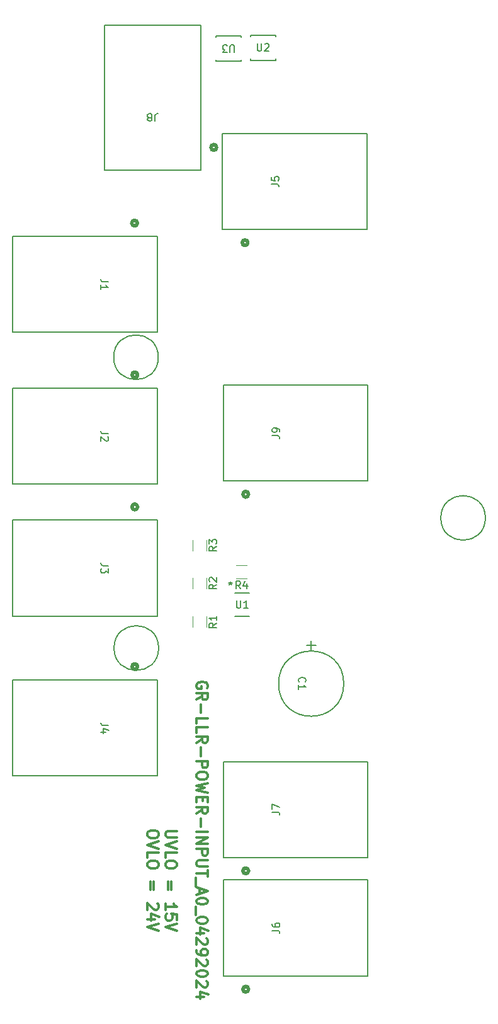
<source format=gbr>
%TF.GenerationSoftware,KiCad,Pcbnew,7.0.8*%
%TF.CreationDate,2024-04-29T16:50:17-06:00*%
%TF.ProjectId,GR-LRR-POWER-PCB-INPUT,47522d4c-5252-42d5-904f-5745522d5043,rev?*%
%TF.SameCoordinates,Original*%
%TF.FileFunction,Legend,Top*%
%TF.FilePolarity,Positive*%
%FSLAX46Y46*%
G04 Gerber Fmt 4.6, Leading zero omitted, Abs format (unit mm)*
G04 Created by KiCad (PCBNEW 7.0.8) date 2024-04-29 16:50:17*
%MOMM*%
%LPD*%
G01*
G04 APERTURE LIST*
%ADD10C,0.200000*%
%ADD11C,0.300000*%
%ADD12C,0.150000*%
%ADD13C,0.152400*%
%ADD14C,0.508000*%
%ADD15C,0.120000*%
G04 APERTURE END LIST*
D10*
X68064400Y-73348400D02*
G75*
G03*
X68064400Y-73348400I-3000000J0D01*
G01*
X112057407Y-94936703D02*
G75*
G03*
X112057407Y-94936703I-3000000J0D01*
G01*
X68112400Y-112413600D02*
G75*
G03*
X68112400Y-112413600I-3000000J0D01*
G01*
D11*
X70540171Y-137006510D02*
X69325885Y-137006510D01*
X69325885Y-137006510D02*
X69183028Y-137077939D01*
X69183028Y-137077939D02*
X69111600Y-137149368D01*
X69111600Y-137149368D02*
X69040171Y-137292225D01*
X69040171Y-137292225D02*
X69040171Y-137577939D01*
X69040171Y-137577939D02*
X69111600Y-137720796D01*
X69111600Y-137720796D02*
X69183028Y-137792225D01*
X69183028Y-137792225D02*
X69325885Y-137863653D01*
X69325885Y-137863653D02*
X70540171Y-137863653D01*
X70540171Y-138363654D02*
X69040171Y-138863654D01*
X69040171Y-138863654D02*
X70540171Y-139363654D01*
X69040171Y-140577939D02*
X69040171Y-139863653D01*
X69040171Y-139863653D02*
X70540171Y-139863653D01*
X70540171Y-141363654D02*
X70540171Y-141649368D01*
X70540171Y-141649368D02*
X70468742Y-141792225D01*
X70468742Y-141792225D02*
X70325885Y-141935082D01*
X70325885Y-141935082D02*
X70040171Y-142006511D01*
X70040171Y-142006511D02*
X69540171Y-142006511D01*
X69540171Y-142006511D02*
X69254457Y-141935082D01*
X69254457Y-141935082D02*
X69111600Y-141792225D01*
X69111600Y-141792225D02*
X69040171Y-141649368D01*
X69040171Y-141649368D02*
X69040171Y-141363654D01*
X69040171Y-141363654D02*
X69111600Y-141220797D01*
X69111600Y-141220797D02*
X69254457Y-141077939D01*
X69254457Y-141077939D02*
X69540171Y-141006511D01*
X69540171Y-141006511D02*
X70040171Y-141006511D01*
X70040171Y-141006511D02*
X70325885Y-141077939D01*
X70325885Y-141077939D02*
X70468742Y-141220797D01*
X70468742Y-141220797D02*
X70540171Y-141363654D01*
X69825885Y-143792225D02*
X69825885Y-144935083D01*
X69397314Y-144935083D02*
X69397314Y-143792225D01*
X69040171Y-147577940D02*
X69040171Y-146720797D01*
X69040171Y-147149368D02*
X70540171Y-147149368D01*
X70540171Y-147149368D02*
X70325885Y-147006511D01*
X70325885Y-147006511D02*
X70183028Y-146863654D01*
X70183028Y-146863654D02*
X70111600Y-146720797D01*
X70540171Y-148935082D02*
X70540171Y-148220796D01*
X70540171Y-148220796D02*
X69825885Y-148149368D01*
X69825885Y-148149368D02*
X69897314Y-148220796D01*
X69897314Y-148220796D02*
X69968742Y-148363654D01*
X69968742Y-148363654D02*
X69968742Y-148720796D01*
X69968742Y-148720796D02*
X69897314Y-148863654D01*
X69897314Y-148863654D02*
X69825885Y-148935082D01*
X69825885Y-148935082D02*
X69683028Y-149006511D01*
X69683028Y-149006511D02*
X69325885Y-149006511D01*
X69325885Y-149006511D02*
X69183028Y-148935082D01*
X69183028Y-148935082D02*
X69111600Y-148863654D01*
X69111600Y-148863654D02*
X69040171Y-148720796D01*
X69040171Y-148720796D02*
X69040171Y-148363654D01*
X69040171Y-148363654D02*
X69111600Y-148220796D01*
X69111600Y-148220796D02*
X69183028Y-148149368D01*
X70540171Y-149435082D02*
X69040171Y-149935082D01*
X69040171Y-149935082D02*
X70540171Y-150435082D01*
X68125171Y-137292225D02*
X68125171Y-137577939D01*
X68125171Y-137577939D02*
X68053742Y-137720796D01*
X68053742Y-137720796D02*
X67910885Y-137863653D01*
X67910885Y-137863653D02*
X67625171Y-137935082D01*
X67625171Y-137935082D02*
X67125171Y-137935082D01*
X67125171Y-137935082D02*
X66839457Y-137863653D01*
X66839457Y-137863653D02*
X66696600Y-137720796D01*
X66696600Y-137720796D02*
X66625171Y-137577939D01*
X66625171Y-137577939D02*
X66625171Y-137292225D01*
X66625171Y-137292225D02*
X66696600Y-137149368D01*
X66696600Y-137149368D02*
X66839457Y-137006510D01*
X66839457Y-137006510D02*
X67125171Y-136935082D01*
X67125171Y-136935082D02*
X67625171Y-136935082D01*
X67625171Y-136935082D02*
X67910885Y-137006510D01*
X67910885Y-137006510D02*
X68053742Y-137149368D01*
X68053742Y-137149368D02*
X68125171Y-137292225D01*
X68125171Y-138363654D02*
X66625171Y-138863654D01*
X66625171Y-138863654D02*
X68125171Y-139363654D01*
X66625171Y-140577939D02*
X66625171Y-139863653D01*
X66625171Y-139863653D02*
X68125171Y-139863653D01*
X68125171Y-141363654D02*
X68125171Y-141649368D01*
X68125171Y-141649368D02*
X68053742Y-141792225D01*
X68053742Y-141792225D02*
X67910885Y-141935082D01*
X67910885Y-141935082D02*
X67625171Y-142006511D01*
X67625171Y-142006511D02*
X67125171Y-142006511D01*
X67125171Y-142006511D02*
X66839457Y-141935082D01*
X66839457Y-141935082D02*
X66696600Y-141792225D01*
X66696600Y-141792225D02*
X66625171Y-141649368D01*
X66625171Y-141649368D02*
X66625171Y-141363654D01*
X66625171Y-141363654D02*
X66696600Y-141220797D01*
X66696600Y-141220797D02*
X66839457Y-141077939D01*
X66839457Y-141077939D02*
X67125171Y-141006511D01*
X67125171Y-141006511D02*
X67625171Y-141006511D01*
X67625171Y-141006511D02*
X67910885Y-141077939D01*
X67910885Y-141077939D02*
X68053742Y-141220797D01*
X68053742Y-141220797D02*
X68125171Y-141363654D01*
X67410885Y-143792225D02*
X67410885Y-144935083D01*
X66982314Y-144935083D02*
X66982314Y-143792225D01*
X67982314Y-146720797D02*
X68053742Y-146792225D01*
X68053742Y-146792225D02*
X68125171Y-146935083D01*
X68125171Y-146935083D02*
X68125171Y-147292225D01*
X68125171Y-147292225D02*
X68053742Y-147435083D01*
X68053742Y-147435083D02*
X67982314Y-147506511D01*
X67982314Y-147506511D02*
X67839457Y-147577940D01*
X67839457Y-147577940D02*
X67696600Y-147577940D01*
X67696600Y-147577940D02*
X67482314Y-147506511D01*
X67482314Y-147506511D02*
X66625171Y-146649368D01*
X66625171Y-146649368D02*
X66625171Y-147577940D01*
X67625171Y-148863654D02*
X66625171Y-148863654D01*
X68196600Y-148506511D02*
X67125171Y-148149368D01*
X67125171Y-148149368D02*
X67125171Y-149077939D01*
X68125171Y-149435082D02*
X66625171Y-149935082D01*
X66625171Y-149935082D02*
X68125171Y-150435082D01*
X74653742Y-117792225D02*
X74725171Y-117649368D01*
X74725171Y-117649368D02*
X74725171Y-117435082D01*
X74725171Y-117435082D02*
X74653742Y-117220796D01*
X74653742Y-117220796D02*
X74510885Y-117077939D01*
X74510885Y-117077939D02*
X74368028Y-117006510D01*
X74368028Y-117006510D02*
X74082314Y-116935082D01*
X74082314Y-116935082D02*
X73868028Y-116935082D01*
X73868028Y-116935082D02*
X73582314Y-117006510D01*
X73582314Y-117006510D02*
X73439457Y-117077939D01*
X73439457Y-117077939D02*
X73296600Y-117220796D01*
X73296600Y-117220796D02*
X73225171Y-117435082D01*
X73225171Y-117435082D02*
X73225171Y-117577939D01*
X73225171Y-117577939D02*
X73296600Y-117792225D01*
X73296600Y-117792225D02*
X73368028Y-117863653D01*
X73368028Y-117863653D02*
X73868028Y-117863653D01*
X73868028Y-117863653D02*
X73868028Y-117577939D01*
X73225171Y-119363653D02*
X73939457Y-118863653D01*
X73225171Y-118506510D02*
X74725171Y-118506510D01*
X74725171Y-118506510D02*
X74725171Y-119077939D01*
X74725171Y-119077939D02*
X74653742Y-119220796D01*
X74653742Y-119220796D02*
X74582314Y-119292225D01*
X74582314Y-119292225D02*
X74439457Y-119363653D01*
X74439457Y-119363653D02*
X74225171Y-119363653D01*
X74225171Y-119363653D02*
X74082314Y-119292225D01*
X74082314Y-119292225D02*
X74010885Y-119220796D01*
X74010885Y-119220796D02*
X73939457Y-119077939D01*
X73939457Y-119077939D02*
X73939457Y-118506510D01*
X73796600Y-120006510D02*
X73796600Y-121149368D01*
X73225171Y-122577939D02*
X73225171Y-121863653D01*
X73225171Y-121863653D02*
X74725171Y-121863653D01*
X73225171Y-123792225D02*
X73225171Y-123077939D01*
X73225171Y-123077939D02*
X74725171Y-123077939D01*
X73225171Y-125149368D02*
X73939457Y-124649368D01*
X73225171Y-124292225D02*
X74725171Y-124292225D01*
X74725171Y-124292225D02*
X74725171Y-124863654D01*
X74725171Y-124863654D02*
X74653742Y-125006511D01*
X74653742Y-125006511D02*
X74582314Y-125077940D01*
X74582314Y-125077940D02*
X74439457Y-125149368D01*
X74439457Y-125149368D02*
X74225171Y-125149368D01*
X74225171Y-125149368D02*
X74082314Y-125077940D01*
X74082314Y-125077940D02*
X74010885Y-125006511D01*
X74010885Y-125006511D02*
X73939457Y-124863654D01*
X73939457Y-124863654D02*
X73939457Y-124292225D01*
X73796600Y-125792225D02*
X73796600Y-126935083D01*
X73225171Y-127649368D02*
X74725171Y-127649368D01*
X74725171Y-127649368D02*
X74725171Y-128220797D01*
X74725171Y-128220797D02*
X74653742Y-128363654D01*
X74653742Y-128363654D02*
X74582314Y-128435083D01*
X74582314Y-128435083D02*
X74439457Y-128506511D01*
X74439457Y-128506511D02*
X74225171Y-128506511D01*
X74225171Y-128506511D02*
X74082314Y-128435083D01*
X74082314Y-128435083D02*
X74010885Y-128363654D01*
X74010885Y-128363654D02*
X73939457Y-128220797D01*
X73939457Y-128220797D02*
X73939457Y-127649368D01*
X74725171Y-129435083D02*
X74725171Y-129720797D01*
X74725171Y-129720797D02*
X74653742Y-129863654D01*
X74653742Y-129863654D02*
X74510885Y-130006511D01*
X74510885Y-130006511D02*
X74225171Y-130077940D01*
X74225171Y-130077940D02*
X73725171Y-130077940D01*
X73725171Y-130077940D02*
X73439457Y-130006511D01*
X73439457Y-130006511D02*
X73296600Y-129863654D01*
X73296600Y-129863654D02*
X73225171Y-129720797D01*
X73225171Y-129720797D02*
X73225171Y-129435083D01*
X73225171Y-129435083D02*
X73296600Y-129292226D01*
X73296600Y-129292226D02*
X73439457Y-129149368D01*
X73439457Y-129149368D02*
X73725171Y-129077940D01*
X73725171Y-129077940D02*
X74225171Y-129077940D01*
X74225171Y-129077940D02*
X74510885Y-129149368D01*
X74510885Y-129149368D02*
X74653742Y-129292226D01*
X74653742Y-129292226D02*
X74725171Y-129435083D01*
X74725171Y-130577940D02*
X73225171Y-130935083D01*
X73225171Y-130935083D02*
X74296600Y-131220797D01*
X74296600Y-131220797D02*
X73225171Y-131506512D01*
X73225171Y-131506512D02*
X74725171Y-131863655D01*
X74010885Y-132435083D02*
X74010885Y-132935083D01*
X73225171Y-133149369D02*
X73225171Y-132435083D01*
X73225171Y-132435083D02*
X74725171Y-132435083D01*
X74725171Y-132435083D02*
X74725171Y-133149369D01*
X73225171Y-134649369D02*
X73939457Y-134149369D01*
X73225171Y-133792226D02*
X74725171Y-133792226D01*
X74725171Y-133792226D02*
X74725171Y-134363655D01*
X74725171Y-134363655D02*
X74653742Y-134506512D01*
X74653742Y-134506512D02*
X74582314Y-134577941D01*
X74582314Y-134577941D02*
X74439457Y-134649369D01*
X74439457Y-134649369D02*
X74225171Y-134649369D01*
X74225171Y-134649369D02*
X74082314Y-134577941D01*
X74082314Y-134577941D02*
X74010885Y-134506512D01*
X74010885Y-134506512D02*
X73939457Y-134363655D01*
X73939457Y-134363655D02*
X73939457Y-133792226D01*
X73796600Y-135292226D02*
X73796600Y-136435084D01*
X73225171Y-137149369D02*
X74725171Y-137149369D01*
X73225171Y-137863655D02*
X74725171Y-137863655D01*
X74725171Y-137863655D02*
X73225171Y-138720798D01*
X73225171Y-138720798D02*
X74725171Y-138720798D01*
X73225171Y-139435084D02*
X74725171Y-139435084D01*
X74725171Y-139435084D02*
X74725171Y-140006513D01*
X74725171Y-140006513D02*
X74653742Y-140149370D01*
X74653742Y-140149370D02*
X74582314Y-140220799D01*
X74582314Y-140220799D02*
X74439457Y-140292227D01*
X74439457Y-140292227D02*
X74225171Y-140292227D01*
X74225171Y-140292227D02*
X74082314Y-140220799D01*
X74082314Y-140220799D02*
X74010885Y-140149370D01*
X74010885Y-140149370D02*
X73939457Y-140006513D01*
X73939457Y-140006513D02*
X73939457Y-139435084D01*
X74725171Y-140935084D02*
X73510885Y-140935084D01*
X73510885Y-140935084D02*
X73368028Y-141006513D01*
X73368028Y-141006513D02*
X73296600Y-141077942D01*
X73296600Y-141077942D02*
X73225171Y-141220799D01*
X73225171Y-141220799D02*
X73225171Y-141506513D01*
X73225171Y-141506513D02*
X73296600Y-141649370D01*
X73296600Y-141649370D02*
X73368028Y-141720799D01*
X73368028Y-141720799D02*
X73510885Y-141792227D01*
X73510885Y-141792227D02*
X74725171Y-141792227D01*
X74725171Y-142292228D02*
X74725171Y-143149371D01*
X73225171Y-142720799D02*
X74725171Y-142720799D01*
X73082314Y-143292228D02*
X73082314Y-144435085D01*
X73653742Y-144720799D02*
X73653742Y-145435085D01*
X73225171Y-144577942D02*
X74725171Y-145077942D01*
X74725171Y-145077942D02*
X73225171Y-145577942D01*
X74725171Y-146363656D02*
X74725171Y-146506513D01*
X74725171Y-146506513D02*
X74653742Y-146649370D01*
X74653742Y-146649370D02*
X74582314Y-146720799D01*
X74582314Y-146720799D02*
X74439457Y-146792227D01*
X74439457Y-146792227D02*
X74153742Y-146863656D01*
X74153742Y-146863656D02*
X73796600Y-146863656D01*
X73796600Y-146863656D02*
X73510885Y-146792227D01*
X73510885Y-146792227D02*
X73368028Y-146720799D01*
X73368028Y-146720799D02*
X73296600Y-146649370D01*
X73296600Y-146649370D02*
X73225171Y-146506513D01*
X73225171Y-146506513D02*
X73225171Y-146363656D01*
X73225171Y-146363656D02*
X73296600Y-146220799D01*
X73296600Y-146220799D02*
X73368028Y-146149370D01*
X73368028Y-146149370D02*
X73510885Y-146077941D01*
X73510885Y-146077941D02*
X73796600Y-146006513D01*
X73796600Y-146006513D02*
X74153742Y-146006513D01*
X74153742Y-146006513D02*
X74439457Y-146077941D01*
X74439457Y-146077941D02*
X74582314Y-146149370D01*
X74582314Y-146149370D02*
X74653742Y-146220799D01*
X74653742Y-146220799D02*
X74725171Y-146363656D01*
X73082314Y-147149370D02*
X73082314Y-148292227D01*
X74725171Y-148935084D02*
X74725171Y-149077941D01*
X74725171Y-149077941D02*
X74653742Y-149220798D01*
X74653742Y-149220798D02*
X74582314Y-149292227D01*
X74582314Y-149292227D02*
X74439457Y-149363655D01*
X74439457Y-149363655D02*
X74153742Y-149435084D01*
X74153742Y-149435084D02*
X73796600Y-149435084D01*
X73796600Y-149435084D02*
X73510885Y-149363655D01*
X73510885Y-149363655D02*
X73368028Y-149292227D01*
X73368028Y-149292227D02*
X73296600Y-149220798D01*
X73296600Y-149220798D02*
X73225171Y-149077941D01*
X73225171Y-149077941D02*
X73225171Y-148935084D01*
X73225171Y-148935084D02*
X73296600Y-148792227D01*
X73296600Y-148792227D02*
X73368028Y-148720798D01*
X73368028Y-148720798D02*
X73510885Y-148649369D01*
X73510885Y-148649369D02*
X73796600Y-148577941D01*
X73796600Y-148577941D02*
X74153742Y-148577941D01*
X74153742Y-148577941D02*
X74439457Y-148649369D01*
X74439457Y-148649369D02*
X74582314Y-148720798D01*
X74582314Y-148720798D02*
X74653742Y-148792227D01*
X74653742Y-148792227D02*
X74725171Y-148935084D01*
X74225171Y-150720798D02*
X73225171Y-150720798D01*
X74796600Y-150363655D02*
X73725171Y-150006512D01*
X73725171Y-150006512D02*
X73725171Y-150935083D01*
X74582314Y-151435083D02*
X74653742Y-151506511D01*
X74653742Y-151506511D02*
X74725171Y-151649369D01*
X74725171Y-151649369D02*
X74725171Y-152006511D01*
X74725171Y-152006511D02*
X74653742Y-152149369D01*
X74653742Y-152149369D02*
X74582314Y-152220797D01*
X74582314Y-152220797D02*
X74439457Y-152292226D01*
X74439457Y-152292226D02*
X74296600Y-152292226D01*
X74296600Y-152292226D02*
X74082314Y-152220797D01*
X74082314Y-152220797D02*
X73225171Y-151363654D01*
X73225171Y-151363654D02*
X73225171Y-152292226D01*
X73225171Y-153006511D02*
X73225171Y-153292225D01*
X73225171Y-153292225D02*
X73296600Y-153435082D01*
X73296600Y-153435082D02*
X73368028Y-153506511D01*
X73368028Y-153506511D02*
X73582314Y-153649368D01*
X73582314Y-153649368D02*
X73868028Y-153720797D01*
X73868028Y-153720797D02*
X74439457Y-153720797D01*
X74439457Y-153720797D02*
X74582314Y-153649368D01*
X74582314Y-153649368D02*
X74653742Y-153577940D01*
X74653742Y-153577940D02*
X74725171Y-153435082D01*
X74725171Y-153435082D02*
X74725171Y-153149368D01*
X74725171Y-153149368D02*
X74653742Y-153006511D01*
X74653742Y-153006511D02*
X74582314Y-152935082D01*
X74582314Y-152935082D02*
X74439457Y-152863654D01*
X74439457Y-152863654D02*
X74082314Y-152863654D01*
X74082314Y-152863654D02*
X73939457Y-152935082D01*
X73939457Y-152935082D02*
X73868028Y-153006511D01*
X73868028Y-153006511D02*
X73796600Y-153149368D01*
X73796600Y-153149368D02*
X73796600Y-153435082D01*
X73796600Y-153435082D02*
X73868028Y-153577940D01*
X73868028Y-153577940D02*
X73939457Y-153649368D01*
X73939457Y-153649368D02*
X74082314Y-153720797D01*
X74582314Y-154292225D02*
X74653742Y-154363653D01*
X74653742Y-154363653D02*
X74725171Y-154506511D01*
X74725171Y-154506511D02*
X74725171Y-154863653D01*
X74725171Y-154863653D02*
X74653742Y-155006511D01*
X74653742Y-155006511D02*
X74582314Y-155077939D01*
X74582314Y-155077939D02*
X74439457Y-155149368D01*
X74439457Y-155149368D02*
X74296600Y-155149368D01*
X74296600Y-155149368D02*
X74082314Y-155077939D01*
X74082314Y-155077939D02*
X73225171Y-154220796D01*
X73225171Y-154220796D02*
X73225171Y-155149368D01*
X74725171Y-156077939D02*
X74725171Y-156220796D01*
X74725171Y-156220796D02*
X74653742Y-156363653D01*
X74653742Y-156363653D02*
X74582314Y-156435082D01*
X74582314Y-156435082D02*
X74439457Y-156506510D01*
X74439457Y-156506510D02*
X74153742Y-156577939D01*
X74153742Y-156577939D02*
X73796600Y-156577939D01*
X73796600Y-156577939D02*
X73510885Y-156506510D01*
X73510885Y-156506510D02*
X73368028Y-156435082D01*
X73368028Y-156435082D02*
X73296600Y-156363653D01*
X73296600Y-156363653D02*
X73225171Y-156220796D01*
X73225171Y-156220796D02*
X73225171Y-156077939D01*
X73225171Y-156077939D02*
X73296600Y-155935082D01*
X73296600Y-155935082D02*
X73368028Y-155863653D01*
X73368028Y-155863653D02*
X73510885Y-155792224D01*
X73510885Y-155792224D02*
X73796600Y-155720796D01*
X73796600Y-155720796D02*
X74153742Y-155720796D01*
X74153742Y-155720796D02*
X74439457Y-155792224D01*
X74439457Y-155792224D02*
X74582314Y-155863653D01*
X74582314Y-155863653D02*
X74653742Y-155935082D01*
X74653742Y-155935082D02*
X74725171Y-156077939D01*
X74582314Y-157149367D02*
X74653742Y-157220795D01*
X74653742Y-157220795D02*
X74725171Y-157363653D01*
X74725171Y-157363653D02*
X74725171Y-157720795D01*
X74725171Y-157720795D02*
X74653742Y-157863653D01*
X74653742Y-157863653D02*
X74582314Y-157935081D01*
X74582314Y-157935081D02*
X74439457Y-158006510D01*
X74439457Y-158006510D02*
X74296600Y-158006510D01*
X74296600Y-158006510D02*
X74082314Y-157935081D01*
X74082314Y-157935081D02*
X73225171Y-157077938D01*
X73225171Y-157077938D02*
X73225171Y-158006510D01*
X74225171Y-159292224D02*
X73225171Y-159292224D01*
X74796600Y-158935081D02*
X73725171Y-158577938D01*
X73725171Y-158577938D02*
X73725171Y-159506509D01*
D12*
X61352781Y-101348766D02*
X60638496Y-101348766D01*
X60638496Y-101348766D02*
X60495639Y-101301147D01*
X60495639Y-101301147D02*
X60400401Y-101205909D01*
X60400401Y-101205909D02*
X60352781Y-101063052D01*
X60352781Y-101063052D02*
X60352781Y-100967814D01*
X61352781Y-101729719D02*
X61352781Y-102348766D01*
X61352781Y-102348766D02*
X60971829Y-102015433D01*
X60971829Y-102015433D02*
X60971829Y-102158290D01*
X60971829Y-102158290D02*
X60924210Y-102253528D01*
X60924210Y-102253528D02*
X60876591Y-102301147D01*
X60876591Y-102301147D02*
X60781353Y-102348766D01*
X60781353Y-102348766D02*
X60543258Y-102348766D01*
X60543258Y-102348766D02*
X60448020Y-102301147D01*
X60448020Y-102301147D02*
X60400401Y-102253528D01*
X60400401Y-102253528D02*
X60352781Y-102158290D01*
X60352781Y-102158290D02*
X60352781Y-101872576D01*
X60352781Y-101872576D02*
X60400401Y-101777338D01*
X60400401Y-101777338D02*
X60448020Y-101729719D01*
X78578545Y-106031820D02*
X78578545Y-106841343D01*
X78578545Y-106841343D02*
X78626164Y-106936581D01*
X78626164Y-106936581D02*
X78673783Y-106984201D01*
X78673783Y-106984201D02*
X78769021Y-107031820D01*
X78769021Y-107031820D02*
X78959497Y-107031820D01*
X78959497Y-107031820D02*
X79054735Y-106984201D01*
X79054735Y-106984201D02*
X79102354Y-106936581D01*
X79102354Y-106936581D02*
X79149973Y-106841343D01*
X79149973Y-106841343D02*
X79149973Y-106031820D01*
X80149973Y-107031820D02*
X79578545Y-107031820D01*
X79864259Y-107031820D02*
X79864259Y-106031820D01*
X79864259Y-106031820D02*
X79769021Y-106174677D01*
X79769021Y-106174677D02*
X79673783Y-106269915D01*
X79673783Y-106269915D02*
X79578545Y-106317534D01*
X77772000Y-103507420D02*
X77772000Y-103745515D01*
X77533905Y-103650277D02*
X77772000Y-103745515D01*
X77772000Y-103745515D02*
X78010095Y-103650277D01*
X77629143Y-103935991D02*
X77772000Y-103745515D01*
X77772000Y-103745515D02*
X77914857Y-103935991D01*
X77772000Y-103507420D02*
X77772000Y-103745515D01*
X77533905Y-103650277D02*
X77772000Y-103745515D01*
X77772000Y-103745515D02*
X78010095Y-103650277D01*
X77629143Y-103935991D02*
X77772000Y-103745515D01*
X77772000Y-103745515D02*
X77914857Y-103935991D01*
X61327580Y-63221667D02*
X60613295Y-63221667D01*
X60613295Y-63221667D02*
X60470438Y-63174048D01*
X60470438Y-63174048D02*
X60375200Y-63078810D01*
X60375200Y-63078810D02*
X60327580Y-62935953D01*
X60327580Y-62935953D02*
X60327580Y-62840715D01*
X60327580Y-64221667D02*
X60327580Y-63650239D01*
X60327580Y-63935953D02*
X61327580Y-63935953D01*
X61327580Y-63935953D02*
X61184723Y-63840715D01*
X61184723Y-63840715D02*
X61089485Y-63745477D01*
X61089485Y-63745477D02*
X61041866Y-63650239D01*
X61352781Y-122811766D02*
X60638496Y-122811766D01*
X60638496Y-122811766D02*
X60495639Y-122764147D01*
X60495639Y-122764147D02*
X60400401Y-122668909D01*
X60400401Y-122668909D02*
X60352781Y-122526052D01*
X60352781Y-122526052D02*
X60352781Y-122430814D01*
X61019448Y-123716528D02*
X60352781Y-123716528D01*
X61400401Y-123478433D02*
X60686115Y-123240338D01*
X60686115Y-123240338D02*
X60686115Y-123859385D01*
X83380819Y-134460332D02*
X84095104Y-134460332D01*
X84095104Y-134460332D02*
X84237961Y-134507951D01*
X84237961Y-134507951D02*
X84333200Y-134603189D01*
X84333200Y-134603189D02*
X84380819Y-134746046D01*
X84380819Y-134746046D02*
X84380819Y-134841284D01*
X83380819Y-134079379D02*
X83380819Y-133412713D01*
X83380819Y-133412713D02*
X84380819Y-133841284D01*
X83380819Y-150360332D02*
X84095104Y-150360332D01*
X84095104Y-150360332D02*
X84237961Y-150407951D01*
X84237961Y-150407951D02*
X84333200Y-150503189D01*
X84333200Y-150503189D02*
X84380819Y-150646046D01*
X84380819Y-150646046D02*
X84380819Y-150741284D01*
X83380819Y-149455570D02*
X83380819Y-149646046D01*
X83380819Y-149646046D02*
X83428438Y-149741284D01*
X83428438Y-149741284D02*
X83476057Y-149788903D01*
X83476057Y-149788903D02*
X83618914Y-149884141D01*
X83618914Y-149884141D02*
X83809390Y-149931760D01*
X83809390Y-149931760D02*
X84190342Y-149931760D01*
X84190342Y-149931760D02*
X84285580Y-149884141D01*
X84285580Y-149884141D02*
X84333200Y-149836522D01*
X84333200Y-149836522D02*
X84380819Y-149741284D01*
X84380819Y-149741284D02*
X84380819Y-149550808D01*
X84380819Y-149550808D02*
X84333200Y-149455570D01*
X84333200Y-149455570D02*
X84285580Y-149407951D01*
X84285580Y-149407951D02*
X84190342Y-149360332D01*
X84190342Y-149360332D02*
X83952247Y-149360332D01*
X83952247Y-149360332D02*
X83857009Y-149407951D01*
X83857009Y-149407951D02*
X83809390Y-149455570D01*
X83809390Y-149455570D02*
X83761771Y-149550808D01*
X83761771Y-149550808D02*
X83761771Y-149741284D01*
X83761771Y-149741284D02*
X83809390Y-149836522D01*
X83809390Y-149836522D02*
X83857009Y-149884141D01*
X83857009Y-149884141D02*
X83952247Y-149931760D01*
X83380819Y-83860332D02*
X84095104Y-83860332D01*
X84095104Y-83860332D02*
X84237961Y-83907951D01*
X84237961Y-83907951D02*
X84333200Y-84003189D01*
X84333200Y-84003189D02*
X84380819Y-84146046D01*
X84380819Y-84146046D02*
X84380819Y-84241284D01*
X84380819Y-83336522D02*
X84380819Y-83146046D01*
X84380819Y-83146046D02*
X84333200Y-83050808D01*
X84333200Y-83050808D02*
X84285580Y-83003189D01*
X84285580Y-83003189D02*
X84142723Y-82907951D01*
X84142723Y-82907951D02*
X83952247Y-82860332D01*
X83952247Y-82860332D02*
X83571295Y-82860332D01*
X83571295Y-82860332D02*
X83476057Y-82907951D01*
X83476057Y-82907951D02*
X83428438Y-82955570D01*
X83428438Y-82955570D02*
X83380819Y-83050808D01*
X83380819Y-83050808D02*
X83380819Y-83241284D01*
X83380819Y-83241284D02*
X83428438Y-83336522D01*
X83428438Y-83336522D02*
X83476057Y-83384141D01*
X83476057Y-83384141D02*
X83571295Y-83431760D01*
X83571295Y-83431760D02*
X83809390Y-83431760D01*
X83809390Y-83431760D02*
X83904628Y-83384141D01*
X83904628Y-83384141D02*
X83952247Y-83336522D01*
X83952247Y-83336522D02*
X83999866Y-83241284D01*
X83999866Y-83241284D02*
X83999866Y-83050808D01*
X83999866Y-83050808D02*
X83952247Y-82955570D01*
X83952247Y-82955570D02*
X83904628Y-82907951D01*
X83904628Y-82907951D02*
X83809390Y-82860332D01*
X83280819Y-50060332D02*
X83995104Y-50060332D01*
X83995104Y-50060332D02*
X84137961Y-50107951D01*
X84137961Y-50107951D02*
X84233200Y-50203189D01*
X84233200Y-50203189D02*
X84280819Y-50346046D01*
X84280819Y-50346046D02*
X84280819Y-50441284D01*
X83280819Y-49107951D02*
X83280819Y-49584141D01*
X83280819Y-49584141D02*
X83757009Y-49631760D01*
X83757009Y-49631760D02*
X83709390Y-49584141D01*
X83709390Y-49584141D02*
X83661771Y-49488903D01*
X83661771Y-49488903D02*
X83661771Y-49250808D01*
X83661771Y-49250808D02*
X83709390Y-49155570D01*
X83709390Y-49155570D02*
X83757009Y-49107951D01*
X83757009Y-49107951D02*
X83852247Y-49060332D01*
X83852247Y-49060332D02*
X84090342Y-49060332D01*
X84090342Y-49060332D02*
X84185580Y-49107951D01*
X84185580Y-49107951D02*
X84233200Y-49155570D01*
X84233200Y-49155570D02*
X84280819Y-49250808D01*
X84280819Y-49250808D02*
X84280819Y-49488903D01*
X84280819Y-49488903D02*
X84233200Y-49584141D01*
X84233200Y-49584141D02*
X84185580Y-49631760D01*
X79103333Y-104442019D02*
X78770000Y-103965828D01*
X78531905Y-104442019D02*
X78531905Y-103442019D01*
X78531905Y-103442019D02*
X78912857Y-103442019D01*
X78912857Y-103442019D02*
X79008095Y-103489638D01*
X79008095Y-103489638D02*
X79055714Y-103537257D01*
X79055714Y-103537257D02*
X79103333Y-103632495D01*
X79103333Y-103632495D02*
X79103333Y-103775352D01*
X79103333Y-103775352D02*
X79055714Y-103870590D01*
X79055714Y-103870590D02*
X79008095Y-103918209D01*
X79008095Y-103918209D02*
X78912857Y-103965828D01*
X78912857Y-103965828D02*
X78531905Y-103965828D01*
X79960476Y-103775352D02*
X79960476Y-104442019D01*
X79722381Y-103394400D02*
X79484286Y-104108685D01*
X79484286Y-104108685D02*
X80103333Y-104108685D01*
X87021819Y-116987133D02*
X86974200Y-116939514D01*
X86974200Y-116939514D02*
X86926580Y-116796657D01*
X86926580Y-116796657D02*
X86926580Y-116701419D01*
X86926580Y-116701419D02*
X86974200Y-116558562D01*
X86974200Y-116558562D02*
X87069438Y-116463324D01*
X87069438Y-116463324D02*
X87164676Y-116415705D01*
X87164676Y-116415705D02*
X87355152Y-116368086D01*
X87355152Y-116368086D02*
X87498009Y-116368086D01*
X87498009Y-116368086D02*
X87688485Y-116415705D01*
X87688485Y-116415705D02*
X87783723Y-116463324D01*
X87783723Y-116463324D02*
X87878961Y-116558562D01*
X87878961Y-116558562D02*
X87926580Y-116701419D01*
X87926580Y-116701419D02*
X87926580Y-116796657D01*
X87926580Y-116796657D02*
X87878961Y-116939514D01*
X87878961Y-116939514D02*
X87831342Y-116987133D01*
X86926580Y-117939514D02*
X86926580Y-117368086D01*
X86926580Y-117653800D02*
X87926580Y-117653800D01*
X87926580Y-117653800D02*
X87783723Y-117558562D01*
X87783723Y-117558562D02*
X87688485Y-117463324D01*
X87688485Y-117463324D02*
X87640866Y-117368086D01*
X75906019Y-109064266D02*
X75429828Y-109397599D01*
X75906019Y-109635694D02*
X74906019Y-109635694D01*
X74906019Y-109635694D02*
X74906019Y-109254742D01*
X74906019Y-109254742D02*
X74953638Y-109159504D01*
X74953638Y-109159504D02*
X75001257Y-109111885D01*
X75001257Y-109111885D02*
X75096495Y-109064266D01*
X75096495Y-109064266D02*
X75239352Y-109064266D01*
X75239352Y-109064266D02*
X75334590Y-109111885D01*
X75334590Y-109111885D02*
X75382209Y-109159504D01*
X75382209Y-109159504D02*
X75429828Y-109254742D01*
X75429828Y-109254742D02*
X75429828Y-109635694D01*
X75906019Y-108111885D02*
X75906019Y-108683313D01*
X75906019Y-108397599D02*
X74906019Y-108397599D01*
X74906019Y-108397599D02*
X75048876Y-108492837D01*
X75048876Y-108492837D02*
X75144114Y-108588075D01*
X75144114Y-108588075D02*
X75191733Y-108683313D01*
X75906019Y-103882666D02*
X75429828Y-104215999D01*
X75906019Y-104454094D02*
X74906019Y-104454094D01*
X74906019Y-104454094D02*
X74906019Y-104073142D01*
X74906019Y-104073142D02*
X74953638Y-103977904D01*
X74953638Y-103977904D02*
X75001257Y-103930285D01*
X75001257Y-103930285D02*
X75096495Y-103882666D01*
X75096495Y-103882666D02*
X75239352Y-103882666D01*
X75239352Y-103882666D02*
X75334590Y-103930285D01*
X75334590Y-103930285D02*
X75382209Y-103977904D01*
X75382209Y-103977904D02*
X75429828Y-104073142D01*
X75429828Y-104073142D02*
X75429828Y-104454094D01*
X75001257Y-103501713D02*
X74953638Y-103454094D01*
X74953638Y-103454094D02*
X74906019Y-103358856D01*
X74906019Y-103358856D02*
X74906019Y-103120761D01*
X74906019Y-103120761D02*
X74953638Y-103025523D01*
X74953638Y-103025523D02*
X75001257Y-102977904D01*
X75001257Y-102977904D02*
X75096495Y-102930285D01*
X75096495Y-102930285D02*
X75191733Y-102930285D01*
X75191733Y-102930285D02*
X75334590Y-102977904D01*
X75334590Y-102977904D02*
X75906019Y-103549332D01*
X75906019Y-103549332D02*
X75906019Y-102930285D01*
X78287904Y-32397180D02*
X78287904Y-31587657D01*
X78287904Y-31587657D02*
X78240285Y-31492419D01*
X78240285Y-31492419D02*
X78192666Y-31444800D01*
X78192666Y-31444800D02*
X78097428Y-31397180D01*
X78097428Y-31397180D02*
X77906952Y-31397180D01*
X77906952Y-31397180D02*
X77811714Y-31444800D01*
X77811714Y-31444800D02*
X77764095Y-31492419D01*
X77764095Y-31492419D02*
X77716476Y-31587657D01*
X77716476Y-31587657D02*
X77716476Y-32397180D01*
X77335523Y-32397180D02*
X76716476Y-32397180D01*
X76716476Y-32397180D02*
X77049809Y-32016228D01*
X77049809Y-32016228D02*
X76906952Y-32016228D01*
X76906952Y-32016228D02*
X76811714Y-31968609D01*
X76811714Y-31968609D02*
X76764095Y-31920990D01*
X76764095Y-31920990D02*
X76716476Y-31825752D01*
X76716476Y-31825752D02*
X76716476Y-31587657D01*
X76716476Y-31587657D02*
X76764095Y-31492419D01*
X76764095Y-31492419D02*
X76811714Y-31444800D01*
X76811714Y-31444800D02*
X76906952Y-31397180D01*
X76906952Y-31397180D02*
X77192666Y-31397180D01*
X77192666Y-31397180D02*
X77287904Y-31444800D01*
X77287904Y-31444800D02*
X77335523Y-31492419D01*
X81386895Y-31205219D02*
X81386895Y-32014742D01*
X81386895Y-32014742D02*
X81434514Y-32109980D01*
X81434514Y-32109980D02*
X81482133Y-32157600D01*
X81482133Y-32157600D02*
X81577371Y-32205219D01*
X81577371Y-32205219D02*
X81767847Y-32205219D01*
X81767847Y-32205219D02*
X81863085Y-32157600D01*
X81863085Y-32157600D02*
X81910704Y-32109980D01*
X81910704Y-32109980D02*
X81958323Y-32014742D01*
X81958323Y-32014742D02*
X81958323Y-31205219D01*
X82386895Y-31300457D02*
X82434514Y-31252838D01*
X82434514Y-31252838D02*
X82529752Y-31205219D01*
X82529752Y-31205219D02*
X82767847Y-31205219D01*
X82767847Y-31205219D02*
X82863085Y-31252838D01*
X82863085Y-31252838D02*
X82910704Y-31300457D01*
X82910704Y-31300457D02*
X82958323Y-31395695D01*
X82958323Y-31395695D02*
X82958323Y-31490933D01*
X82958323Y-31490933D02*
X82910704Y-31633790D01*
X82910704Y-31633790D02*
X82339276Y-32205219D01*
X82339276Y-32205219D02*
X82958323Y-32205219D01*
X61352781Y-83619566D02*
X60638496Y-83619566D01*
X60638496Y-83619566D02*
X60495639Y-83571947D01*
X60495639Y-83571947D02*
X60400401Y-83476709D01*
X60400401Y-83476709D02*
X60352781Y-83333852D01*
X60352781Y-83333852D02*
X60352781Y-83238614D01*
X61257543Y-84048138D02*
X61305162Y-84095757D01*
X61305162Y-84095757D02*
X61352781Y-84190995D01*
X61352781Y-84190995D02*
X61352781Y-84429090D01*
X61352781Y-84429090D02*
X61305162Y-84524328D01*
X61305162Y-84524328D02*
X61257543Y-84571947D01*
X61257543Y-84571947D02*
X61162305Y-84619566D01*
X61162305Y-84619566D02*
X61067067Y-84619566D01*
X61067067Y-84619566D02*
X60924210Y-84571947D01*
X60924210Y-84571947D02*
X60352781Y-84000519D01*
X60352781Y-84000519D02*
X60352781Y-84619566D01*
X75906019Y-98777866D02*
X75429828Y-99111199D01*
X75906019Y-99349294D02*
X74906019Y-99349294D01*
X74906019Y-99349294D02*
X74906019Y-98968342D01*
X74906019Y-98968342D02*
X74953638Y-98873104D01*
X74953638Y-98873104D02*
X75001257Y-98825485D01*
X75001257Y-98825485D02*
X75096495Y-98777866D01*
X75096495Y-98777866D02*
X75239352Y-98777866D01*
X75239352Y-98777866D02*
X75334590Y-98825485D01*
X75334590Y-98825485D02*
X75382209Y-98873104D01*
X75382209Y-98873104D02*
X75429828Y-98968342D01*
X75429828Y-98968342D02*
X75429828Y-99349294D01*
X74906019Y-98444532D02*
X74906019Y-97825485D01*
X74906019Y-97825485D02*
X75286971Y-98158818D01*
X75286971Y-98158818D02*
X75286971Y-98015961D01*
X75286971Y-98015961D02*
X75334590Y-97920723D01*
X75334590Y-97920723D02*
X75382209Y-97873104D01*
X75382209Y-97873104D02*
X75477447Y-97825485D01*
X75477447Y-97825485D02*
X75715542Y-97825485D01*
X75715542Y-97825485D02*
X75810780Y-97873104D01*
X75810780Y-97873104D02*
X75858400Y-97920723D01*
X75858400Y-97920723D02*
X75906019Y-98015961D01*
X75906019Y-98015961D02*
X75906019Y-98301675D01*
X75906019Y-98301675D02*
X75858400Y-98396913D01*
X75858400Y-98396913D02*
X75810780Y-98444532D01*
X67634332Y-41597181D02*
X67634332Y-40882896D01*
X67634332Y-40882896D02*
X67681951Y-40740039D01*
X67681951Y-40740039D02*
X67777189Y-40644801D01*
X67777189Y-40644801D02*
X67920046Y-40597181D01*
X67920046Y-40597181D02*
X68015284Y-40597181D01*
X67015284Y-41168610D02*
X67110522Y-41216229D01*
X67110522Y-41216229D02*
X67158141Y-41263848D01*
X67158141Y-41263848D02*
X67205760Y-41359086D01*
X67205760Y-41359086D02*
X67205760Y-41406705D01*
X67205760Y-41406705D02*
X67158141Y-41501943D01*
X67158141Y-41501943D02*
X67110522Y-41549562D01*
X67110522Y-41549562D02*
X67015284Y-41597181D01*
X67015284Y-41597181D02*
X66824808Y-41597181D01*
X66824808Y-41597181D02*
X66729570Y-41549562D01*
X66729570Y-41549562D02*
X66681951Y-41501943D01*
X66681951Y-41501943D02*
X66634332Y-41406705D01*
X66634332Y-41406705D02*
X66634332Y-41359086D01*
X66634332Y-41359086D02*
X66681951Y-41263848D01*
X66681951Y-41263848D02*
X66729570Y-41216229D01*
X66729570Y-41216229D02*
X66824808Y-41168610D01*
X66824808Y-41168610D02*
X67015284Y-41168610D01*
X67015284Y-41168610D02*
X67110522Y-41120991D01*
X67110522Y-41120991D02*
X67158141Y-41073372D01*
X67158141Y-41073372D02*
X67205760Y-40978134D01*
X67205760Y-40978134D02*
X67205760Y-40787658D01*
X67205760Y-40787658D02*
X67158141Y-40692420D01*
X67158141Y-40692420D02*
X67110522Y-40644801D01*
X67110522Y-40644801D02*
X67015284Y-40597181D01*
X67015284Y-40597181D02*
X66824808Y-40597181D01*
X66824808Y-40597181D02*
X66729570Y-40644801D01*
X66729570Y-40644801D02*
X66681951Y-40692420D01*
X66681951Y-40692420D02*
X66634332Y-40787658D01*
X66634332Y-40787658D02*
X66634332Y-40978134D01*
X66634332Y-40978134D02*
X66681951Y-41073372D01*
X66681951Y-41073372D02*
X66729570Y-41120991D01*
X66729570Y-41120991D02*
X66824808Y-41168610D01*
D13*
%TO.C,J3*%
X67934600Y-95230500D02*
X48478200Y-95230500D01*
X48478200Y-95230500D02*
X48478200Y-108133700D01*
X67934600Y-108133700D02*
X67934600Y-95230500D01*
X48478200Y-108133700D02*
X67934600Y-108133700D01*
D14*
X65288600Y-93452500D02*
G75*
G03*
X65288600Y-93452500I-381000J0D01*
G01*
D13*
%TO.C,U1*%
X78337150Y-108151801D02*
X80343750Y-108151801D01*
X80343750Y-105002201D02*
X78337150Y-105002201D01*
%TO.C,J1*%
X67909399Y-57103401D02*
X48452999Y-57103401D01*
X48452999Y-57103401D02*
X48452999Y-70006601D01*
X67909399Y-70006601D02*
X67909399Y-57103401D01*
X48452999Y-70006601D02*
X67909399Y-70006601D01*
D14*
X65263399Y-55325401D02*
G75*
G03*
X65263399Y-55325401I-381000J0D01*
G01*
D13*
%TO.C,J4*%
X67934600Y-116693500D02*
X48478200Y-116693500D01*
X48478200Y-116693500D02*
X48478200Y-129596700D01*
X67934600Y-129596700D02*
X67934600Y-116693500D01*
X48478200Y-129596700D02*
X67934600Y-129596700D01*
D14*
X65288600Y-114915500D02*
G75*
G03*
X65288600Y-114915500I-381000J0D01*
G01*
D13*
%TO.C,J7*%
X76799001Y-140578599D02*
X96255401Y-140578599D01*
X96255401Y-140578599D02*
X96255401Y-127675399D01*
X76799001Y-127675399D02*
X76799001Y-140578599D01*
X96255401Y-127675399D02*
X76799001Y-127675399D01*
D14*
X80207001Y-142356599D02*
G75*
G03*
X80207001Y-142356599I-381000J0D01*
G01*
D13*
%TO.C,J6*%
X76799001Y-156478599D02*
X96255401Y-156478599D01*
X96255401Y-156478599D02*
X96255401Y-143575399D01*
X76799001Y-143575399D02*
X76799001Y-156478599D01*
X96255401Y-143575399D02*
X76799001Y-143575399D01*
D14*
X80207001Y-158256599D02*
G75*
G03*
X80207001Y-158256599I-381000J0D01*
G01*
D13*
%TO.C,J9*%
X76799001Y-89978599D02*
X96255401Y-89978599D01*
X96255401Y-89978599D02*
X96255401Y-77075399D01*
X76799001Y-77075399D02*
X76799001Y-89978599D01*
X96255401Y-77075399D02*
X76799001Y-77075399D01*
D14*
X80207001Y-91756599D02*
G75*
G03*
X80207001Y-91756599I-381000J0D01*
G01*
D13*
%TO.C,J5*%
X76699001Y-56178599D02*
X96155401Y-56178599D01*
X96155401Y-56178599D02*
X96155401Y-43275399D01*
X76699001Y-43275399D02*
X76699001Y-56178599D01*
X96155401Y-43275399D02*
X76699001Y-43275399D01*
D14*
X80107001Y-57956599D02*
G75*
G03*
X80107001Y-57956599I-381000J0D01*
G01*
D15*
%TO.C,R4*%
X79997064Y-103077200D02*
X78542936Y-103077200D01*
X79997064Y-101257200D02*
X78542936Y-101257200D01*
D13*
%TO.C,C1*%
X88626000Y-111423500D02*
X88626000Y-112693500D01*
X89261000Y-112058500D02*
X87991000Y-112058500D01*
X93007500Y-117202000D02*
G75*
G03*
X93007500Y-117202000I-4381500J0D01*
G01*
D15*
%TO.C,R1*%
X74541200Y-108170536D02*
X74541200Y-109624664D01*
X72721200Y-108170536D02*
X72721200Y-109624664D01*
%TO.C,R2*%
X74541200Y-102988936D02*
X74541200Y-104443064D01*
X72721200Y-102988936D02*
X72721200Y-104443064D01*
D13*
%TO.C,U3*%
X79227800Y-33553800D02*
X79227800Y-33362939D01*
X79227800Y-30341061D02*
X79227800Y-30150200D01*
X79227800Y-30150200D02*
X75824200Y-30150200D01*
X75824200Y-33553800D02*
X79227800Y-33553800D01*
X75824200Y-33362939D02*
X75824200Y-33553800D01*
X75824200Y-30150200D02*
X75824200Y-30341061D01*
%TO.C,U2*%
X80447000Y-30048600D02*
X80447000Y-30239461D01*
X80447000Y-33261339D02*
X80447000Y-33452200D01*
X80447000Y-33452200D02*
X83850600Y-33452200D01*
X83850600Y-30048600D02*
X80447000Y-30048600D01*
X83850600Y-30239461D02*
X83850600Y-30048600D01*
X83850600Y-33452200D02*
X83850600Y-33261339D01*
%TO.C,J2*%
X67934600Y-77501300D02*
X48478200Y-77501300D01*
X48478200Y-77501300D02*
X48478200Y-90404500D01*
X67934600Y-90404500D02*
X67934600Y-77501300D01*
X48478200Y-90404500D02*
X67934600Y-90404500D01*
D14*
X65288600Y-75723300D02*
G75*
G03*
X65288600Y-75723300I-381000J0D01*
G01*
D15*
%TO.C,R3*%
X74541200Y-97884136D02*
X74541200Y-99338264D01*
X72721200Y-97884136D02*
X72721200Y-99338264D01*
D13*
%TO.C,J8*%
X73752599Y-48179000D02*
X73752599Y-28722600D01*
X73752599Y-28722600D02*
X60849399Y-28722600D01*
X60849399Y-48179000D02*
X73752599Y-48179000D01*
X60849399Y-28722600D02*
X60849399Y-48179000D01*
D14*
X75911599Y-45152000D02*
G75*
G03*
X75911599Y-45152000I-381000J0D01*
G01*
%TD*%
M02*

</source>
